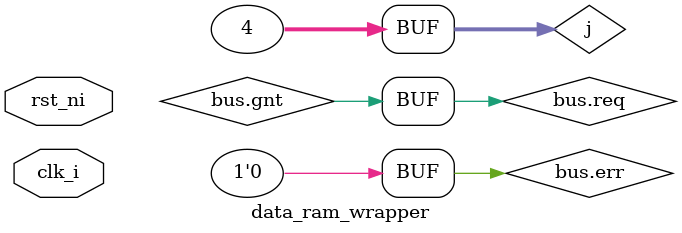
<source format=sv>
`timescale 1ns/1ps

module data_ram_wrapper #(
  parameter N_RAMS = 4
) (
    input  logic clk_i,
    input  logic rst_ni,
    bus_if.slave bus
);
  logic [N_RAMS-1:0] cs_q;
  logic [31:0] data_rdata[N_RAMS];

  // Generate combined write enable signal on byte-level
  logic [3:0] wbe;
  assign wbe = {4{bus.we}} & bus.be;

  // Immediatly assign a grant
  assign bus.gnt = bus.req;
  // We do not generate errors
  assign bus.err = 1'b0;

  genvar i;
  generate
    for (i = 0; i < N_RAMS; i++) begin
      // Generate Chip Select logic
      logic cs;
      assign cs = bus.req & (bus.addr[15:14] == i);

      SHLD130_4096X8X4BM2_wrapper data_ram_i (
        .CK    ( clk_i          ),
        .CSB   ( cs             ),
        .WEB   ( ~wbe           ),
        .A     ( bus.addr[13:2] ),
        .DI    ( bus.wdata      ),
        .DO    ( data_rdata[i]  )
      );

      always_ff @(posedge clk_i or negedge rst_ni) begin
        if(!rst_ni) begin
          cs_q[i] <= 1'b0;
        end else begin
          cs_q[i] <= cs;
        end
      end
    end
  endgenerate

  // Output Mux
  integer j;
  always_comb begin
    // Model output logic
    bus.rdata = 32'b0;
    for(j = 0; j < N_RAMS; j++)
      if(cs_q[j]) bus.rdata = data_rdata[j];
  end

  // Generate Rvalid one cycle after request
  assign bus.rvalid = |cs_q;
endmodule

</source>
